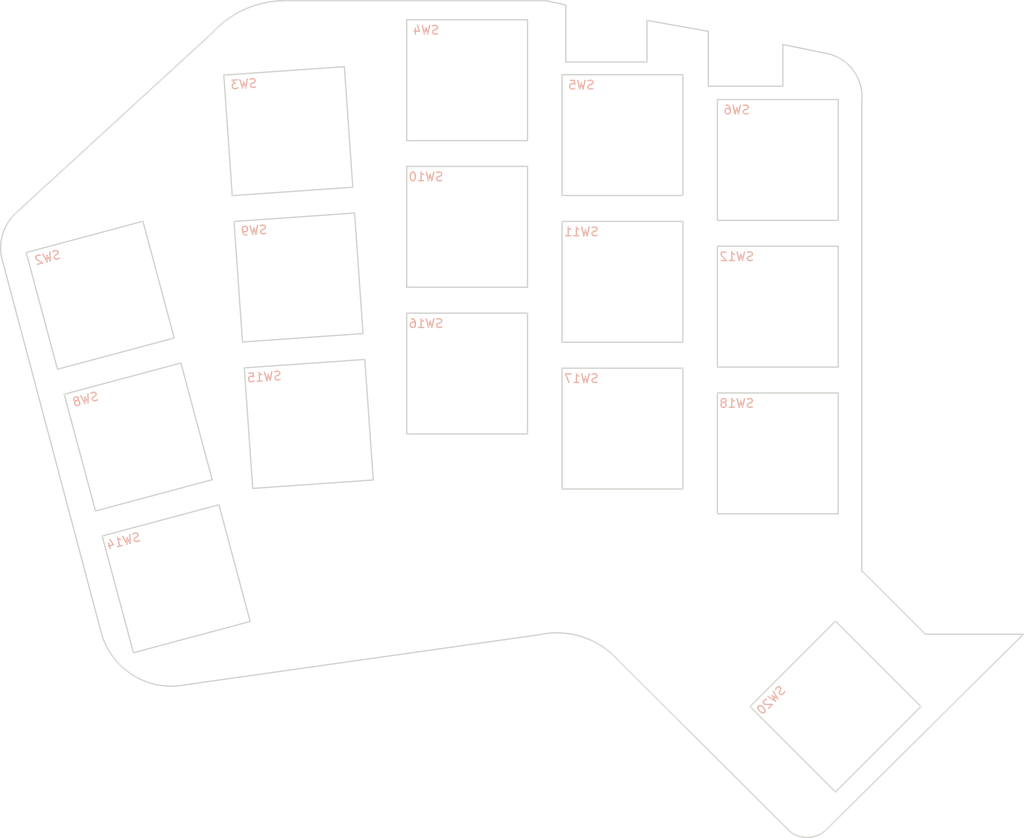
<source format=kicad_pcb>
(kicad_pcb (version 20171130) (host pcbnew 5.1.10)

  (general
    (thickness 1.6)
    (drawings 24)
    (tracks 0)
    (zones 0)
    (modules 16)
    (nets 1)
  )

  (page A4)
  (title_block
    (title hypergolic)
    (date 2020-12-26)
    (rev 0.1)
    (company broomlabs)
  )

  (layers
    (0 F.Cu signal)
    (31 B.Cu signal)
    (32 B.Adhes user)
    (33 F.Adhes user)
    (34 B.Paste user)
    (35 F.Paste user)
    (36 B.SilkS user)
    (37 F.SilkS user)
    (38 B.Mask user)
    (39 F.Mask user)
    (40 Dwgs.User user)
    (41 Cmts.User user)
    (42 Eco1.User user)
    (43 Eco2.User user)
    (44 Edge.Cuts user)
    (45 Margin user)
    (46 B.CrtYd user)
    (47 F.CrtYd user)
    (48 B.Fab user)
    (49 F.Fab user)
  )

  (setup
    (last_trace_width 0.25)
    (user_trace_width 0.5)
    (trace_clearance 0.2)
    (zone_clearance 0.508)
    (zone_45_only no)
    (trace_min 0.2)
    (via_size 0.6)
    (via_drill 0.4)
    (via_min_size 0.4)
    (via_min_drill 0.3)
    (uvia_size 0.3)
    (uvia_drill 0.1)
    (uvias_allowed no)
    (uvia_min_size 0.2)
    (uvia_min_drill 0.1)
    (edge_width 0.15)
    (segment_width 0.15)
    (pcb_text_width 0.3)
    (pcb_text_size 1.5 1.5)
    (mod_edge_width 0.15)
    (mod_text_size 1 1)
    (mod_text_width 0.15)
    (pad_size 1.6 2)
    (pad_drill 0.9)
    (pad_to_mask_clearance 0.2)
    (aux_axis_origin 145.73 12.66)
    (visible_elements FFFFEFFF)
    (pcbplotparams
      (layerselection 0x010e0_ffffffff)
      (usegerberextensions true)
      (usegerberattributes false)
      (usegerberadvancedattributes false)
      (creategerberjobfile false)
      (excludeedgelayer true)
      (linewidth 0.150000)
      (plotframeref false)
      (viasonmask false)
      (mode 1)
      (useauxorigin false)
      (hpglpennumber 1)
      (hpglpenspeed 20)
      (hpglpendiameter 15.000000)
      (psnegative false)
      (psa4output false)
      (plotreference true)
      (plotvalue true)
      (plotinvisibletext false)
      (padsonsilk false)
      (subtractmaskfromsilk false)
      (outputformat 1)
      (mirror false)
      (drillshape 0)
      (scaleselection 1)
      (outputdirectory "gerber"))
  )

  (net 0 "")

  (net_class Default "これは標準のネット クラスです。"
    (clearance 0.2)
    (trace_width 0.25)
    (via_dia 0.6)
    (via_drill 0.4)
    (uvia_dia 0.3)
    (uvia_drill 0.1)
  )

  (module Kailh:SW_PG1350_cut (layer F.Cu) (tedit 5F05DFF4) (tstamp 6049416A)
    (at 122.682 95.25 45)
    (descr "Kailh \"Choc\" PG1350 keyswitch, able to be mounted on front or back of PCB")
    (tags kailh,choc)
    (path /604A14C0)
    (fp_text reference SW20 (at 4.98 -5.69 225) (layer Dwgs.User) hide
      (effects (font (size 1 1) (thickness 0.15)))
    )
    (fp_text value SW_Push (at -0.07 8.17 225) (layer Dwgs.User) hide
      (effects (font (size 1 1) (thickness 0.15)))
    )
    (fp_text user %V (at 0 8.255 45) (layer B.Fab)
      (effects (font (size 1 1) (thickness 0.15)) (justify mirror))
    )
    (fp_text user %R (at -4.76 -5.8 45) (layer B.SilkS)
      (effects (font (size 1 1) (thickness 0.15)) (justify mirror))
    )
    (fp_line (start -7 -7) (end 7 -7) (layer Edge.Cuts) (width 0.15))
    (fp_line (start -7 7) (end 7 7) (layer Edge.Cuts) (width 0.15))
    (fp_line (start -7 7) (end -7 -7) (layer Edge.Cuts) (width 0.15))
    (fp_line (start 7 7) (end 7 -7) (layer Edge.Cuts) (width 0.15))
  )

  (module Kailh:SW_PG1350_cut (layer F.Cu) (tedit 5F05DFF4) (tstamp 60494080)
    (at 116 48.92)
    (descr "Kailh \"Choc\" PG1350 keyswitch, able to be mounted on front or back of PCB")
    (tags kailh,choc)
    (path /604A6D70)
    (fp_text reference SW12 (at 4.98 -5.69 180) (layer Dwgs.User) hide
      (effects (font (size 1 1) (thickness 0.15)))
    )
    (fp_text value SW_Push (at -0.07 8.17 180) (layer Dwgs.User) hide
      (effects (font (size 1 1) (thickness 0.15)))
    )
    (fp_text user %V (at 0 8.255) (layer B.Fab)
      (effects (font (size 1 1) (thickness 0.15)) (justify mirror))
    )
    (fp_text user %R (at -4.76 -5.8) (layer B.SilkS)
      (effects (font (size 1 1) (thickness 0.15)) (justify mirror))
    )
    (fp_line (start -7 -7) (end 7 -7) (layer Edge.Cuts) (width 0.15))
    (fp_line (start -7 7) (end 7 7) (layer Edge.Cuts) (width 0.15))
    (fp_line (start -7 7) (end -7 -7) (layer Edge.Cuts) (width 0.15))
    (fp_line (start 7 7) (end 7 -7) (layer Edge.Cuts) (width 0.15))
  )

  (module Kailh:SW_PG1350_cut (layer F.Cu) (tedit 5F05DFF4) (tstamp 60494143)
    (at 116 65.92)
    (descr "Kailh \"Choc\" PG1350 keyswitch, able to be mounted on front or back of PCB")
    (tags kailh,choc)
    (path /604BAF24)
    (fp_text reference SW18 (at 4.98 -5.69 180) (layer Dwgs.User) hide
      (effects (font (size 1 1) (thickness 0.15)))
    )
    (fp_text value SW_Push (at -0.07 8.17 180) (layer Dwgs.User) hide
      (effects (font (size 1 1) (thickness 0.15)))
    )
    (fp_text user %V (at 0 8.255) (layer B.Fab)
      (effects (font (size 1 1) (thickness 0.15)) (justify mirror))
    )
    (fp_text user %R (at -4.76 -5.8) (layer B.SilkS)
      (effects (font (size 1 1) (thickness 0.15)) (justify mirror))
    )
    (fp_line (start -7 -7) (end 7 -7) (layer Edge.Cuts) (width 0.15))
    (fp_line (start -7 7) (end 7 7) (layer Edge.Cuts) (width 0.15))
    (fp_line (start -7 7) (end -7 -7) (layer Edge.Cuts) (width 0.15))
    (fp_line (start 7 7) (end 7 -7) (layer Edge.Cuts) (width 0.15))
  )

  (module Kailh:SW_PG1350_cut (layer F.Cu) (tedit 5F05DFF4) (tstamp 6049411C)
    (at 98 63.045)
    (descr "Kailh \"Choc\" PG1350 keyswitch, able to be mounted on front or back of PCB")
    (tags kailh,choc)
    (path /604BAF1A)
    (fp_text reference SW17 (at 4.98 -5.69 180) (layer Dwgs.User) hide
      (effects (font (size 1 1) (thickness 0.15)))
    )
    (fp_text value SW_Push (at -0.07 8.17 180) (layer Dwgs.User) hide
      (effects (font (size 1 1) (thickness 0.15)))
    )
    (fp_text user %V (at 0 8.255) (layer B.Fab)
      (effects (font (size 1 1) (thickness 0.15)) (justify mirror))
    )
    (fp_text user %R (at -4.76 -5.8) (layer B.SilkS)
      (effects (font (size 1 1) (thickness 0.15)) (justify mirror))
    )
    (fp_line (start -7 -7) (end 7 -7) (layer Edge.Cuts) (width 0.15))
    (fp_line (start -7 7) (end 7 7) (layer Edge.Cuts) (width 0.15))
    (fp_line (start -7 7) (end -7 -7) (layer Edge.Cuts) (width 0.15))
    (fp_line (start 7 7) (end 7 -7) (layer Edge.Cuts) (width 0.15))
  )

  (module Kailh:SW_PG1350_cut (layer F.Cu) (tedit 5F05DFF4) (tstamp 604940F5)
    (at 80 56.67)
    (descr "Kailh \"Choc\" PG1350 keyswitch, able to be mounted on front or back of PCB")
    (tags kailh,choc)
    (path /604BAF10)
    (fp_text reference SW16 (at 4.98 -5.69 180) (layer Dwgs.User) hide
      (effects (font (size 1 1) (thickness 0.15)))
    )
    (fp_text value SW_Push (at -0.07 8.17 180) (layer Dwgs.User) hide
      (effects (font (size 1 1) (thickness 0.15)))
    )
    (fp_text user %V (at 0 8.255) (layer B.Fab)
      (effects (font (size 1 1) (thickness 0.15)) (justify mirror))
    )
    (fp_text user %R (at -4.76 -5.8) (layer B.SilkS)
      (effects (font (size 1 1) (thickness 0.15)) (justify mirror))
    )
    (fp_line (start -7 -7) (end 7 -7) (layer Edge.Cuts) (width 0.15))
    (fp_line (start -7 7) (end 7 7) (layer Edge.Cuts) (width 0.15))
    (fp_line (start -7 7) (end -7 -7) (layer Edge.Cuts) (width 0.15))
    (fp_line (start 7 7) (end 7 -7) (layer Edge.Cuts) (width 0.15))
  )

  (module Kailh:SW_PG1350_cut (layer F.Cu) (tedit 5F05DFF4) (tstamp 604940CE)
    (at 61.6573 62.5037 4)
    (descr "Kailh \"Choc\" PG1350 keyswitch, able to be mounted on front or back of PCB")
    (tags kailh,choc)
    (path /604BAF06)
    (fp_text reference SW15 (at 4.98 -5.69 184) (layer Dwgs.User) hide
      (effects (font (size 1 1) (thickness 0.15)))
    )
    (fp_text value SW_Push (at -0.07 8.17 184) (layer Dwgs.User) hide
      (effects (font (size 1 1) (thickness 0.15)))
    )
    (fp_text user %V (at 0 8.255 4) (layer B.Fab)
      (effects (font (size 1 1) (thickness 0.15)) (justify mirror))
    )
    (fp_text user %R (at -4.76 -5.8 4) (layer B.SilkS)
      (effects (font (size 1 1) (thickness 0.15)) (justify mirror))
    )
    (fp_line (start -7 -7) (end 7 -7) (layer Edge.Cuts) (width 0.15))
    (fp_line (start -7 7) (end 7 7) (layer Edge.Cuts) (width 0.15))
    (fp_line (start -7 7) (end -7 -7) (layer Edge.Cuts) (width 0.15))
    (fp_line (start 7 7) (end 7 -7) (layer Edge.Cuts) (width 0.15))
  )

  (module Kailh:SW_PG1350_cut (layer F.Cu) (tedit 5F05DFF4) (tstamp 604940A7)
    (at 46.2925 80.4417 15)
    (descr "Kailh \"Choc\" PG1350 keyswitch, able to be mounted on front or back of PCB")
    (tags kailh,choc)
    (path /604BAD64)
    (fp_text reference SW14 (at 4.98 -5.69 195) (layer Dwgs.User) hide
      (effects (font (size 1 1) (thickness 0.15)))
    )
    (fp_text value SW_Push (at -0.07 8.17 195) (layer Dwgs.User) hide
      (effects (font (size 1 1) (thickness 0.15)))
    )
    (fp_text user %V (at 0 8.255 15) (layer B.Fab)
      (effects (font (size 1 1) (thickness 0.15)) (justify mirror))
    )
    (fp_text user %R (at -4.76 -5.8 15) (layer B.SilkS)
      (effects (font (size 1 1) (thickness 0.15)) (justify mirror))
    )
    (fp_line (start -7 -7) (end 7 -7) (layer Edge.Cuts) (width 0.15))
    (fp_line (start -7 7) (end 7 7) (layer Edge.Cuts) (width 0.15))
    (fp_line (start -7 7) (end -7 -7) (layer Edge.Cuts) (width 0.15))
    (fp_line (start 7 7) (end 7 -7) (layer Edge.Cuts) (width 0.15))
  )

  (module Kailh:SW_PG1350_cut (layer F.Cu) (tedit 5F05DFF4) (tstamp 60494059)
    (at 98 46.04)
    (descr "Kailh \"Choc\" PG1350 keyswitch, able to be mounted on front or back of PCB")
    (tags kailh,choc)
    (path /604A6D66)
    (fp_text reference SW11 (at 4.98 -5.69 180) (layer Dwgs.User) hide
      (effects (font (size 1 1) (thickness 0.15)))
    )
    (fp_text value SW_Push (at -0.07 8.17 180) (layer Dwgs.User) hide
      (effects (font (size 1 1) (thickness 0.15)))
    )
    (fp_text user %V (at 0 8.255) (layer B.Fab)
      (effects (font (size 1 1) (thickness 0.15)) (justify mirror))
    )
    (fp_text user %R (at -4.76 -5.8) (layer B.SilkS)
      (effects (font (size 1 1) (thickness 0.15)) (justify mirror))
    )
    (fp_line (start -7 -7) (end 7 -7) (layer Edge.Cuts) (width 0.15))
    (fp_line (start -7 7) (end 7 7) (layer Edge.Cuts) (width 0.15))
    (fp_line (start -7 7) (end -7 -7) (layer Edge.Cuts) (width 0.15))
    (fp_line (start 7 7) (end 7 -7) (layer Edge.Cuts) (width 0.15))
  )

  (module Kailh:SW_PG1350_cut (layer F.Cu) (tedit 5F05DFF4) (tstamp 60494032)
    (at 80 39.67)
    (descr "Kailh \"Choc\" PG1350 keyswitch, able to be mounted on front or back of PCB")
    (tags kailh,choc)
    (path /604A6D5C)
    (fp_text reference SW10 (at 4.98 -5.69 180) (layer Dwgs.User) hide
      (effects (font (size 1 1) (thickness 0.15)))
    )
    (fp_text value SW_Push (at -0.07 8.17 180) (layer Dwgs.User) hide
      (effects (font (size 1 1) (thickness 0.15)))
    )
    (fp_text user %V (at 0 8.255) (layer B.Fab)
      (effects (font (size 1 1) (thickness 0.15)) (justify mirror))
    )
    (fp_text user %R (at -4.76 -5.8) (layer B.SilkS)
      (effects (font (size 1 1) (thickness 0.15)) (justify mirror))
    )
    (fp_line (start -7 -7) (end 7 -7) (layer Edge.Cuts) (width 0.15))
    (fp_line (start -7 7) (end 7 7) (layer Edge.Cuts) (width 0.15))
    (fp_line (start -7 7) (end -7 -7) (layer Edge.Cuts) (width 0.15))
    (fp_line (start 7 7) (end 7 -7) (layer Edge.Cuts) (width 0.15))
  )

  (module Kailh:SW_PG1350_cut (layer F.Cu) (tedit 5F05DFF4) (tstamp 6049400B)
    (at 60.4711 45.5402 4)
    (descr "Kailh \"Choc\" PG1350 keyswitch, able to be mounted on front or back of PCB")
    (tags kailh,choc)
    (path /604A6D52)
    (fp_text reference SW9 (at 4.98 -5.69 184) (layer Dwgs.User) hide
      (effects (font (size 1 1) (thickness 0.15)))
    )
    (fp_text value SW_Push (at -0.07 8.17 184) (layer Dwgs.User) hide
      (effects (font (size 1 1) (thickness 0.15)))
    )
    (fp_text user %V (at 0 8.255 4) (layer B.Fab)
      (effects (font (size 1 1) (thickness 0.15)) (justify mirror))
    )
    (fp_text user %R (at -4.76 -5.8 4) (layer B.SilkS)
      (effects (font (size 1 1) (thickness 0.15)) (justify mirror))
    )
    (fp_line (start -7 -7) (end 7 -7) (layer Edge.Cuts) (width 0.15))
    (fp_line (start -7 7) (end 7 7) (layer Edge.Cuts) (width 0.15))
    (fp_line (start -7 7) (end -7 -7) (layer Edge.Cuts) (width 0.15))
    (fp_line (start 7 7) (end 7 -7) (layer Edge.Cuts) (width 0.15))
  )

  (module Kailh:SW_PG1350_cut (layer F.Cu) (tedit 5F05DFF4) (tstamp 60493FE4)
    (at 41.8913 64.0161 15)
    (descr "Kailh \"Choc\" PG1350 keyswitch, able to be mounted on front or back of PCB")
    (tags kailh,choc)
    (path /604A6C6C)
    (fp_text reference SW8 (at 4.98 -5.69 195) (layer Dwgs.User) hide
      (effects (font (size 1 1) (thickness 0.15)))
    )
    (fp_text value SW_Push (at -0.07 8.17 195) (layer Dwgs.User) hide
      (effects (font (size 1 1) (thickness 0.15)))
    )
    (fp_text user %V (at 0 8.255 15) (layer B.Fab)
      (effects (font (size 1 1) (thickness 0.15)) (justify mirror))
    )
    (fp_text user %R (at -4.76 -5.8 15) (layer B.SilkS)
      (effects (font (size 1 1) (thickness 0.15)) (justify mirror))
    )
    (fp_line (start -7 -7) (end 7 -7) (layer Edge.Cuts) (width 0.15))
    (fp_line (start -7 7) (end 7 7) (layer Edge.Cuts) (width 0.15))
    (fp_line (start -7 7) (end -7 -7) (layer Edge.Cuts) (width 0.15))
    (fp_line (start 7 7) (end 7 -7) (layer Edge.Cuts) (width 0.15))
  )

  (module Kailh:SW_PG1350_cut (layer F.Cu) (tedit 5F05DFF4) (tstamp 60493FBD)
    (at 116 31.92)
    (descr "Kailh \"Choc\" PG1350 keyswitch, able to be mounted on front or back of PCB")
    (tags kailh,choc)
    (path /6049F698)
    (fp_text reference SW6 (at 4.98 -5.69 180) (layer Dwgs.User) hide
      (effects (font (size 1 1) (thickness 0.15)))
    )
    (fp_text value SW_Push (at -0.07 8.17 180) (layer Dwgs.User) hide
      (effects (font (size 1 1) (thickness 0.15)))
    )
    (fp_text user %V (at 0 8.255) (layer B.Fab)
      (effects (font (size 1 1) (thickness 0.15)) (justify mirror))
    )
    (fp_text user %R (at -4.76 -5.8) (layer B.SilkS)
      (effects (font (size 1 1) (thickness 0.15)) (justify mirror))
    )
    (fp_line (start -7 -7) (end 7 -7) (layer Edge.Cuts) (width 0.15))
    (fp_line (start -7 7) (end 7 7) (layer Edge.Cuts) (width 0.15))
    (fp_line (start -7 7) (end -7 -7) (layer Edge.Cuts) (width 0.15))
    (fp_line (start 7 7) (end 7 -7) (layer Edge.Cuts) (width 0.15))
  )

  (module Kailh:SW_PG1350_cut (layer F.Cu) (tedit 5F05DFF4) (tstamp 60493F96)
    (at 98 29.04)
    (descr "Kailh \"Choc\" PG1350 keyswitch, able to be mounted on front or back of PCB")
    (tags kailh,choc)
    (path /6049F636)
    (fp_text reference SW5 (at 4.98 -5.69 180) (layer Dwgs.User) hide
      (effects (font (size 1 1) (thickness 0.15)))
    )
    (fp_text value SW_Push (at -0.07 8.17 180) (layer Dwgs.User) hide
      (effects (font (size 1 1) (thickness 0.15)))
    )
    (fp_text user %V (at 0 8.255) (layer B.Fab)
      (effects (font (size 1 1) (thickness 0.15)) (justify mirror))
    )
    (fp_text user %R (at -4.76 -5.8) (layer B.SilkS)
      (effects (font (size 1 1) (thickness 0.15)) (justify mirror))
    )
    (fp_line (start -7 -7) (end 7 -7) (layer Edge.Cuts) (width 0.15))
    (fp_line (start -7 7) (end 7 7) (layer Edge.Cuts) (width 0.15))
    (fp_line (start -7 7) (end -7 -7) (layer Edge.Cuts) (width 0.15))
    (fp_line (start 7 7) (end 7 -7) (layer Edge.Cuts) (width 0.15))
  )

  (module Kailh:SW_PG1350_cut (layer F.Cu) (tedit 5F05DFF4) (tstamp 60493F6F)
    (at 80 22.68)
    (descr "Kailh \"Choc\" PG1350 keyswitch, able to be mounted on front or back of PCB")
    (tags kailh,choc)
    (path /6049EB70)
    (fp_text reference SW4 (at 4.98 -5.69 180) (layer Dwgs.User) hide
      (effects (font (size 1 1) (thickness 0.15)))
    )
    (fp_text value SW_Push (at -0.07 8.17 180) (layer Dwgs.User) hide
      (effects (font (size 1 1) (thickness 0.15)))
    )
    (fp_text user %V (at 0 8.255) (layer B.Fab)
      (effects (font (size 1 1) (thickness 0.15)) (justify mirror))
    )
    (fp_text user %R (at -4.76 -5.8) (layer B.SilkS)
      (effects (font (size 1 1) (thickness 0.15)) (justify mirror))
    )
    (fp_line (start -7 -7) (end 7 -7) (layer Edge.Cuts) (width 0.15))
    (fp_line (start -7 7) (end 7 7) (layer Edge.Cuts) (width 0.15))
    (fp_line (start -7 7) (end -7 -7) (layer Edge.Cuts) (width 0.15))
    (fp_line (start 7 7) (end 7 -7) (layer Edge.Cuts) (width 0.15))
  )

  (module Kailh:SW_PG1350_cut (layer F.Cu) (tedit 5F05DFF4) (tstamp 60493F48)
    (at 59.2853 28.5816 4)
    (descr "Kailh \"Choc\" PG1350 keyswitch, able to be mounted on front or back of PCB")
    (tags kailh,choc)
    (path /6049E7C0)
    (fp_text reference SW3 (at 4.98 -5.69 184) (layer Dwgs.User) hide
      (effects (font (size 1 1) (thickness 0.15)))
    )
    (fp_text value SW_Push (at -0.07 8.17 184) (layer Dwgs.User) hide
      (effects (font (size 1 1) (thickness 0.15)))
    )
    (fp_text user %V (at 0 8.255 4) (layer B.Fab)
      (effects (font (size 1 1) (thickness 0.15)) (justify mirror))
    )
    (fp_text user %R (at -4.76 -5.8 4) (layer B.SilkS)
      (effects (font (size 1 1) (thickness 0.15)) (justify mirror))
    )
    (fp_line (start -7 -7) (end 7 -7) (layer Edge.Cuts) (width 0.15))
    (fp_line (start -7 7) (end 7 7) (layer Edge.Cuts) (width 0.15))
    (fp_line (start -7 7) (end -7 -7) (layer Edge.Cuts) (width 0.15))
    (fp_line (start 7 7) (end 7 -7) (layer Edge.Cuts) (width 0.15))
  )

  (module Kailh:SW_PG1350_cut (layer F.Cu) (tedit 5F05DFF4) (tstamp 60493F21)
    (at 37.4914 47.5954 15)
    (descr "Kailh \"Choc\" PG1350 keyswitch, able to be mounted on front or back of PCB")
    (tags kailh,choc)
    (path /6049E323)
    (fp_text reference SW2 (at 4.98 -5.69 195) (layer Dwgs.User) hide
      (effects (font (size 1 1) (thickness 0.15)))
    )
    (fp_text value SW_Push (at -0.07 8.17 195) (layer Dwgs.User) hide
      (effects (font (size 1 1) (thickness 0.15)))
    )
    (fp_text user %V (at 0 8.255 15) (layer B.Fab)
      (effects (font (size 1 1) (thickness 0.15)) (justify mirror))
    )
    (fp_text user %R (at -4.76 -5.8 15) (layer B.SilkS)
      (effects (font (size 1 1) (thickness 0.15)) (justify mirror))
    )
    (fp_line (start -7 -7) (end 7 -7) (layer Edge.Cuts) (width 0.15))
    (fp_line (start -7 7) (end 7 7) (layer Edge.Cuts) (width 0.15))
    (fp_line (start -7 7) (end -7 -7) (layer Edge.Cuts) (width 0.15))
    (fp_line (start 7 7) (end 7 -7) (layer Edge.Cuts) (width 0.15))
  )

  (gr_line (start 121.415799 19.53343) (end 116.586 18.542) (angle 90) (layer Edge.Cuts) (width 0.15) (tstamp 60D44714))
  (gr_line (start 91.44 13.97) (end 89.154 13.462) (angle 90) (layer Edge.Cuts) (width 0.15) (tstamp 60D4470A))
  (gr_line (start 116.586 23.368) (end 116.586 18.542) (layer Edge.Cuts) (width 0.15))
  (gr_line (start 107.95 23.368) (end 116.586 23.368) (layer Edge.Cuts) (width 0.15))
  (gr_line (start 107.95 17.018) (end 107.95 23.368) (layer Edge.Cuts) (width 0.15))
  (gr_line (start 100.838 20.574) (end 100.838 15.748) (layer Edge.Cuts) (width 0.15))
  (gr_line (start 91.44 20.574) (end 100.838 20.574) (layer Edge.Cuts) (width 0.15))
  (gr_line (start 91.44 13.97) (end 91.44 20.574) (layer Edge.Cuts) (width 0.15))
  (gr_arc (start 90.402694 96.25248) (end 97.536 89.916) (angle -60.47867921) (layer Edge.Cuts) (width 0.15) (tstamp 605CC204))
  (gr_arc (start 119.395419 107.203419) (end 117.430864 109.743419) (angle -82.72004613) (layer Edge.Cuts) (width 0.15) (tstamp 605CC18F))
  (gr_line (start 97.536 89.916) (end 117.430864 109.743419) (layer Edge.Cuts) (width 0.15) (tstamp 605CC18C))
  (gr_line (start 89.154 13.462) (end 58.928 13.462) (angle 90) (layer Edge.Cuts) (width 0.15) (tstamp 5FCF50EA))
  (gr_line (start 47.351453 92.729047) (end 88.403782 86.92299) (layer Edge.Cuts) (width 0.15) (tstamp 5FCF4866))
  (gr_arc (start 120.632493 24.59991) (end 125.73 25.146) (angle -87.32605082) (layer Edge.Cuts) (width 0.15) (tstamp 5FC4EA54))
  (gr_arc (start 45.724398 84.480346) (end 37.592 86.614) (angle -86.45728758) (layer Edge.Cuts) (width 0.15) (tstamp 5FC4DE23))
  (gr_line (start 121.666 109.474) (end 144.452128 86.868) (layer Edge.Cuts) (width 0.15))
  (gr_line (start 50.470485 17.20335) (end 27.686 38.1) (angle 90) (layer Edge.Cuts) (width 0.15) (tstamp 5FC4CDE2))
  (gr_arc (start 31.454299 42.103296) (end 27.686 38.1) (angle -65.01678473) (layer Edge.Cuts) (width 0.15) (tstamp 5FC4CBB8))
  (gr_line (start 125.73 79.502) (end 125.73 25.146) (angle 90) (layer Edge.Cuts) (width 0.15) (tstamp 5F025174))
  (gr_arc (start 58.928 24.892) (end 58.928 13.462) (angle -47.72631099) (layer Edge.Cuts) (width 0.15))
  (gr_line (start 133.096 86.868) (end 125.73 79.502) (angle 90) (layer Edge.Cuts) (width 0.15) (tstamp 5E8758B8))
  (gr_line (start 26.234034 43.828198) (end 37.592 86.614) (angle 90) (layer Edge.Cuts) (width 0.15))
  (gr_line (start 144.452128 86.868) (end 133.096 86.868) (angle 90) (layer Edge.Cuts) (width 0.15))
  (gr_line (start 107.95 17.018) (end 100.838 15.748) (angle 90) (layer Edge.Cuts) (width 0.15))

)

</source>
